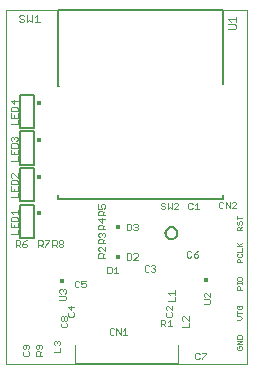
<source format=gto>
G75*
%MOIN*%
%OFA0B0*%
%FSLAX25Y25*%
%IPPOS*%
%LPD*%
%AMOC8*
5,1,8,0,0,1.08239X$1,22.5*
%
%ADD10C,0.00000*%
%ADD11C,0.00200*%
%ADD12R,0.01575X0.01575*%
%ADD13C,0.00394*%
%ADD14C,0.00300*%
%ADD15C,0.00500*%
%ADD16C,0.00600*%
D10*
X0041335Y0037870D02*
X0041335Y0155980D01*
X0121650Y0155980D01*
X0121650Y0037870D01*
X0041335Y0037870D01*
D11*
X0046945Y0041067D02*
X0047306Y0040707D01*
X0048749Y0040707D01*
X0049109Y0041067D01*
X0049109Y0041789D01*
X0048749Y0042149D01*
X0048749Y0042882D02*
X0049109Y0043242D01*
X0049109Y0043964D01*
X0048749Y0044324D01*
X0047306Y0044324D01*
X0046945Y0043964D01*
X0046945Y0043242D01*
X0047306Y0042882D01*
X0047667Y0042882D01*
X0048027Y0043242D01*
X0048027Y0044324D01*
X0047306Y0042149D02*
X0046945Y0041789D01*
X0046945Y0041067D01*
X0051276Y0040707D02*
X0051276Y0041789D01*
X0051637Y0042149D01*
X0052358Y0042149D01*
X0052719Y0041789D01*
X0052719Y0040707D01*
X0052719Y0041428D02*
X0053440Y0042149D01*
X0053079Y0042882D02*
X0053440Y0043242D01*
X0053440Y0043964D01*
X0053079Y0044324D01*
X0051637Y0044324D01*
X0051276Y0043964D01*
X0051276Y0043242D01*
X0051637Y0042882D01*
X0051997Y0042882D01*
X0052358Y0043242D01*
X0052358Y0044324D01*
X0053440Y0040707D02*
X0051276Y0040707D01*
X0057181Y0041907D02*
X0059346Y0041907D01*
X0059346Y0043350D01*
X0058985Y0044082D02*
X0059346Y0044443D01*
X0059346Y0045164D01*
X0058985Y0045525D01*
X0058624Y0045525D01*
X0058264Y0045164D01*
X0058264Y0044804D01*
X0058264Y0045164D02*
X0057903Y0045525D01*
X0057542Y0045525D01*
X0057181Y0045164D01*
X0057181Y0044443D01*
X0057542Y0044082D01*
X0059904Y0050155D02*
X0061347Y0050155D01*
X0061708Y0050516D01*
X0061708Y0051237D01*
X0061347Y0051598D01*
X0061347Y0052330D02*
X0060986Y0052330D01*
X0060626Y0052691D01*
X0060626Y0053412D01*
X0060986Y0053773D01*
X0061347Y0053773D01*
X0061708Y0053412D01*
X0061708Y0052691D01*
X0061347Y0052330D01*
X0060626Y0052691D02*
X0060265Y0052330D01*
X0059904Y0052330D01*
X0059544Y0052691D01*
X0059544Y0053412D01*
X0059904Y0053773D01*
X0060265Y0053773D01*
X0060626Y0053412D01*
X0061906Y0054079D02*
X0061906Y0054800D01*
X0062267Y0055161D01*
X0062988Y0055893D02*
X0061906Y0056975D01*
X0064070Y0056975D01*
X0062988Y0057336D02*
X0062988Y0055893D01*
X0063709Y0055161D02*
X0064070Y0054800D01*
X0064070Y0054079D01*
X0063709Y0053718D01*
X0062267Y0053718D01*
X0061906Y0054079D01*
X0059904Y0051598D02*
X0059544Y0051237D01*
X0059544Y0050516D01*
X0059904Y0050155D01*
X0059150Y0059210D02*
X0060953Y0059210D01*
X0061314Y0059571D01*
X0061314Y0060292D01*
X0060953Y0060653D01*
X0059150Y0060653D01*
X0059511Y0061386D02*
X0059150Y0061746D01*
X0059150Y0062468D01*
X0059511Y0062828D01*
X0059871Y0062828D01*
X0060232Y0062468D01*
X0060593Y0062828D01*
X0060953Y0062828D01*
X0061314Y0062468D01*
X0061314Y0061746D01*
X0060953Y0061386D01*
X0060232Y0062107D02*
X0060232Y0062468D01*
X0064250Y0063921D02*
X0064611Y0063561D01*
X0065333Y0063561D01*
X0065693Y0063921D01*
X0066426Y0063921D02*
X0066786Y0063561D01*
X0067508Y0063561D01*
X0067868Y0063921D01*
X0067868Y0064643D01*
X0067508Y0065003D01*
X0067147Y0065003D01*
X0066426Y0064643D01*
X0066426Y0065725D01*
X0067868Y0065725D01*
X0065693Y0065364D02*
X0065333Y0065725D01*
X0064611Y0065725D01*
X0064250Y0065364D01*
X0064250Y0063921D01*
X0075097Y0068088D02*
X0076179Y0068088D01*
X0076539Y0068449D01*
X0076539Y0069892D01*
X0076179Y0070252D01*
X0075097Y0070252D01*
X0075097Y0068088D01*
X0077272Y0068088D02*
X0078714Y0068088D01*
X0077993Y0068088D02*
X0077993Y0070252D01*
X0077272Y0069531D01*
X0081573Y0072616D02*
X0082655Y0072616D01*
X0083016Y0072976D01*
X0083016Y0074419D01*
X0082655Y0074780D01*
X0081573Y0074780D01*
X0081573Y0072616D01*
X0083748Y0072616D02*
X0085191Y0074058D01*
X0085191Y0074419D01*
X0084830Y0074780D01*
X0084109Y0074780D01*
X0083748Y0074419D01*
X0083748Y0072616D02*
X0085191Y0072616D01*
X0087498Y0070482D02*
X0087498Y0069039D01*
X0087859Y0068679D01*
X0088580Y0068679D01*
X0088941Y0069039D01*
X0089673Y0069039D02*
X0090034Y0068679D01*
X0090755Y0068679D01*
X0091116Y0069039D01*
X0091116Y0069400D01*
X0090755Y0069761D01*
X0090395Y0069761D01*
X0090755Y0069761D02*
X0091116Y0070121D01*
X0091116Y0070482D01*
X0090755Y0070843D01*
X0090034Y0070843D01*
X0089673Y0070482D01*
X0088941Y0070482D02*
X0088580Y0070843D01*
X0087859Y0070843D01*
X0087498Y0070482D01*
X0095370Y0061713D02*
X0097535Y0061713D01*
X0097535Y0060992D02*
X0097535Y0062435D01*
X0096092Y0060992D02*
X0095370Y0061713D01*
X0097535Y0060259D02*
X0097535Y0058817D01*
X0095370Y0058817D01*
X0095304Y0057316D02*
X0094944Y0057316D01*
X0094583Y0056956D01*
X0094583Y0056234D01*
X0094944Y0055874D01*
X0094944Y0055141D02*
X0094583Y0054781D01*
X0094583Y0054059D01*
X0094944Y0053699D01*
X0096386Y0053699D01*
X0096747Y0054059D01*
X0096747Y0054781D01*
X0096386Y0055141D01*
X0096747Y0055874D02*
X0095304Y0057316D01*
X0096747Y0057316D02*
X0096747Y0055874D01*
X0095907Y0052733D02*
X0095907Y0050569D01*
X0096628Y0050569D02*
X0095185Y0050569D01*
X0094453Y0050569D02*
X0093731Y0051290D01*
X0094092Y0051290D02*
X0093010Y0051290D01*
X0093010Y0050569D02*
X0093010Y0052733D01*
X0094092Y0052733D01*
X0094453Y0052372D01*
X0094453Y0051651D01*
X0094092Y0051290D01*
X0095185Y0052011D02*
X0095907Y0052733D01*
X0100095Y0052711D02*
X0100456Y0052350D01*
X0100095Y0052711D02*
X0100095Y0053432D01*
X0100456Y0053793D01*
X0100816Y0053793D01*
X0102259Y0052350D01*
X0102259Y0053793D01*
X0102259Y0051617D02*
X0102259Y0050175D01*
X0100095Y0050175D01*
X0104769Y0041709D02*
X0104408Y0041348D01*
X0104408Y0039906D01*
X0104769Y0039545D01*
X0105490Y0039545D01*
X0105851Y0039906D01*
X0106583Y0039906D02*
X0106583Y0039545D01*
X0106583Y0039906D02*
X0108026Y0041348D01*
X0108026Y0041709D01*
X0106583Y0041709D01*
X0105851Y0041348D02*
X0105490Y0041709D01*
X0104769Y0041709D01*
X0118205Y0043027D02*
X0118500Y0042732D01*
X0119680Y0042732D01*
X0119975Y0043027D01*
X0119975Y0043617D01*
X0119680Y0043912D01*
X0119090Y0043912D01*
X0119090Y0043322D01*
X0118500Y0043912D02*
X0118205Y0043617D01*
X0118205Y0043027D01*
X0118205Y0044544D02*
X0119975Y0045724D01*
X0118205Y0045724D01*
X0118205Y0046357D02*
X0118205Y0047242D01*
X0118500Y0047537D01*
X0119680Y0047537D01*
X0119975Y0047242D01*
X0119975Y0046357D01*
X0118205Y0046357D01*
X0118205Y0044544D02*
X0119975Y0044544D01*
X0119385Y0052574D02*
X0118205Y0052574D01*
X0118205Y0053754D02*
X0119385Y0053754D01*
X0119975Y0053164D01*
X0119385Y0052574D01*
X0118205Y0054387D02*
X0118205Y0055567D01*
X0118205Y0054977D02*
X0119975Y0054977D01*
X0119680Y0056199D02*
X0118500Y0056199D01*
X0118205Y0056494D01*
X0118205Y0057084D01*
X0118500Y0057379D01*
X0119090Y0057379D02*
X0119090Y0056789D01*
X0119090Y0057379D02*
X0119680Y0057379D01*
X0119975Y0057084D01*
X0119975Y0056494D01*
X0119680Y0056199D01*
X0119385Y0062719D02*
X0119385Y0063604D01*
X0119090Y0063899D01*
X0118500Y0063899D01*
X0118205Y0063604D01*
X0118205Y0062719D01*
X0119975Y0062719D01*
X0119975Y0064531D02*
X0119975Y0065121D01*
X0119975Y0064826D02*
X0118205Y0064826D01*
X0118205Y0064531D02*
X0118205Y0065121D01*
X0118500Y0065740D02*
X0119680Y0065740D01*
X0119975Y0066035D01*
X0119975Y0066625D01*
X0119680Y0066920D01*
X0118500Y0066920D01*
X0118205Y0066625D01*
X0118205Y0066035D01*
X0118500Y0065740D01*
X0118205Y0071747D02*
X0118205Y0072632D01*
X0118500Y0072927D01*
X0119090Y0072927D01*
X0119385Y0072632D01*
X0119385Y0071747D01*
X0119975Y0071747D02*
X0118205Y0071747D01*
X0118500Y0073559D02*
X0119680Y0073559D01*
X0119975Y0073854D01*
X0119975Y0074444D01*
X0119680Y0074739D01*
X0119975Y0075372D02*
X0118205Y0075372D01*
X0118500Y0074739D02*
X0118205Y0074444D01*
X0118205Y0073854D01*
X0118500Y0073559D01*
X0119975Y0075372D02*
X0119975Y0076552D01*
X0119975Y0077184D02*
X0118205Y0077184D01*
X0119090Y0077479D02*
X0119975Y0078364D01*
X0119385Y0077184D02*
X0118205Y0078364D01*
X0118205Y0082495D02*
X0118205Y0083380D01*
X0118500Y0083675D01*
X0119090Y0083675D01*
X0119385Y0083380D01*
X0119385Y0082495D01*
X0119385Y0083085D02*
X0119975Y0083675D01*
X0119680Y0084308D02*
X0119975Y0084603D01*
X0119975Y0085193D01*
X0119680Y0085488D01*
X0119385Y0085488D01*
X0119090Y0085193D01*
X0119090Y0084603D01*
X0118795Y0084308D01*
X0118500Y0084308D01*
X0118205Y0084603D01*
X0118205Y0085193D01*
X0118500Y0085488D01*
X0118205Y0086120D02*
X0118205Y0087300D01*
X0118205Y0086710D02*
X0119975Y0086710D01*
X0119975Y0082495D02*
X0118205Y0082495D01*
X0105683Y0089545D02*
X0104240Y0089545D01*
X0104962Y0089545D02*
X0104962Y0091709D01*
X0104240Y0090988D01*
X0103508Y0091348D02*
X0103147Y0091709D01*
X0102426Y0091709D01*
X0102065Y0091348D01*
X0102065Y0089906D01*
X0102426Y0089545D01*
X0103147Y0089545D01*
X0103508Y0089906D01*
X0102754Y0075567D02*
X0102032Y0075567D01*
X0101672Y0075207D01*
X0101672Y0073764D01*
X0102032Y0073403D01*
X0102754Y0073403D01*
X0103114Y0073764D01*
X0103847Y0073764D02*
X0104207Y0073403D01*
X0104929Y0073403D01*
X0105289Y0073764D01*
X0105289Y0074124D01*
X0104929Y0074485D01*
X0103847Y0074485D01*
X0103847Y0073764D01*
X0103847Y0074485D02*
X0104568Y0075207D01*
X0105289Y0075567D01*
X0103114Y0075207D02*
X0102754Y0075567D01*
X0107542Y0061647D02*
X0107181Y0061286D01*
X0107181Y0060565D01*
X0107542Y0060204D01*
X0107181Y0059472D02*
X0108985Y0059472D01*
X0109346Y0059111D01*
X0109346Y0058390D01*
X0108985Y0058029D01*
X0107181Y0058029D01*
X0109346Y0060204D02*
X0107903Y0061647D01*
X0107542Y0061647D01*
X0109346Y0061647D02*
X0109346Y0060204D01*
X0085191Y0082819D02*
X0084830Y0082458D01*
X0084109Y0082458D01*
X0083748Y0082819D01*
X0083016Y0082819D02*
X0083016Y0084262D01*
X0082655Y0084622D01*
X0081573Y0084622D01*
X0081573Y0082458D01*
X0082655Y0082458D01*
X0083016Y0082819D01*
X0083748Y0084262D02*
X0084109Y0084622D01*
X0084830Y0084622D01*
X0085191Y0084262D01*
X0085191Y0083901D01*
X0084830Y0083540D01*
X0085191Y0083180D01*
X0085191Y0082819D01*
X0084830Y0083540D02*
X0084470Y0083540D01*
X0074306Y0082833D02*
X0072142Y0082833D01*
X0072142Y0083915D01*
X0072503Y0084275D01*
X0073224Y0084275D01*
X0073585Y0083915D01*
X0073585Y0082833D01*
X0073585Y0083554D02*
X0074306Y0084275D01*
X0073224Y0085008D02*
X0073224Y0086450D01*
X0072142Y0086090D02*
X0073224Y0085008D01*
X0074306Y0086090D02*
X0072142Y0086090D01*
X0072142Y0087557D02*
X0072142Y0088639D01*
X0072503Y0089000D01*
X0073224Y0089000D01*
X0073585Y0088639D01*
X0073585Y0087557D01*
X0074306Y0087557D02*
X0072142Y0087557D01*
X0073585Y0088278D02*
X0074306Y0089000D01*
X0073945Y0089732D02*
X0074306Y0090093D01*
X0074306Y0090814D01*
X0073945Y0091175D01*
X0073224Y0091175D01*
X0072863Y0090814D01*
X0072863Y0090453D01*
X0073224Y0089732D01*
X0072142Y0089732D01*
X0072142Y0091175D01*
X0072503Y0081726D02*
X0072863Y0081726D01*
X0073224Y0081365D01*
X0073585Y0081726D01*
X0073945Y0081726D01*
X0074306Y0081365D01*
X0074306Y0080644D01*
X0073945Y0080283D01*
X0074306Y0079551D02*
X0073585Y0078829D01*
X0073585Y0079190D02*
X0073585Y0078108D01*
X0074306Y0078108D02*
X0072142Y0078108D01*
X0072142Y0079190D01*
X0072503Y0079551D01*
X0073224Y0079551D01*
X0073585Y0079190D01*
X0072503Y0080283D02*
X0072142Y0080644D01*
X0072142Y0081365D01*
X0072503Y0081726D01*
X0073224Y0081365D02*
X0073224Y0081005D01*
X0072863Y0077001D02*
X0072503Y0077001D01*
X0072142Y0076641D01*
X0072142Y0075919D01*
X0072503Y0075559D01*
X0072503Y0074826D02*
X0073224Y0074826D01*
X0073585Y0074466D01*
X0073585Y0073384D01*
X0073585Y0074105D02*
X0074306Y0074826D01*
X0074306Y0075559D02*
X0072863Y0077001D01*
X0074306Y0077001D02*
X0074306Y0075559D01*
X0072503Y0074826D02*
X0072142Y0074466D01*
X0072142Y0073384D01*
X0074306Y0073384D01*
X0060407Y0077307D02*
X0060047Y0076946D01*
X0059325Y0076946D01*
X0058965Y0077307D01*
X0058965Y0077668D01*
X0059325Y0078028D01*
X0060047Y0078028D01*
X0060407Y0077668D01*
X0060407Y0077307D01*
X0060047Y0078028D02*
X0060407Y0078389D01*
X0060407Y0078750D01*
X0060047Y0079111D01*
X0059325Y0079111D01*
X0058965Y0078750D01*
X0058965Y0078389D01*
X0059325Y0078028D01*
X0058232Y0078028D02*
X0058232Y0078750D01*
X0057872Y0079111D01*
X0056790Y0079111D01*
X0056790Y0076946D01*
X0056790Y0077668D02*
X0057872Y0077668D01*
X0058232Y0078028D01*
X0057511Y0077668D02*
X0058232Y0076946D01*
X0055683Y0078750D02*
X0054240Y0077307D01*
X0054240Y0076946D01*
X0053508Y0076946D02*
X0052787Y0077668D01*
X0053147Y0077668D02*
X0052065Y0077668D01*
X0052065Y0076946D02*
X0052065Y0079111D01*
X0053147Y0079111D01*
X0053508Y0078750D01*
X0053508Y0078028D01*
X0053147Y0077668D01*
X0054240Y0079111D02*
X0055683Y0079111D01*
X0055683Y0078750D01*
X0048203Y0079111D02*
X0047481Y0078750D01*
X0046760Y0078028D01*
X0047842Y0078028D01*
X0048203Y0077668D01*
X0048203Y0077307D01*
X0047842Y0076946D01*
X0047121Y0076946D01*
X0046760Y0077307D01*
X0046760Y0078028D01*
X0046028Y0078028D02*
X0046028Y0078750D01*
X0045667Y0079111D01*
X0044585Y0079111D01*
X0044585Y0076946D01*
X0044585Y0077668D02*
X0045667Y0077668D01*
X0046028Y0078028D01*
X0045306Y0077668D02*
X0046028Y0076946D01*
X0045172Y0081277D02*
X0043008Y0081277D01*
X0043008Y0083452D02*
X0045172Y0083452D01*
X0045172Y0084895D01*
X0045172Y0085627D02*
X0045172Y0086709D01*
X0044812Y0087070D01*
X0043369Y0087070D01*
X0043008Y0086709D01*
X0043008Y0085627D01*
X0045172Y0085627D01*
X0044090Y0084174D02*
X0044090Y0083452D01*
X0043008Y0083452D02*
X0043008Y0084895D01*
X0043730Y0087802D02*
X0043008Y0088524D01*
X0045172Y0088524D01*
X0045172Y0089245D02*
X0045172Y0087802D01*
X0045172Y0082720D02*
X0045172Y0081277D01*
X0045172Y0093482D02*
X0043008Y0093482D01*
X0043008Y0095657D02*
X0045172Y0095657D01*
X0045172Y0097100D01*
X0045172Y0097832D02*
X0045172Y0098914D01*
X0044812Y0099275D01*
X0043369Y0099275D01*
X0043008Y0098914D01*
X0043008Y0097832D01*
X0045172Y0097832D01*
X0044090Y0096378D02*
X0044090Y0095657D01*
X0043008Y0095657D02*
X0043008Y0097100D01*
X0043369Y0100007D02*
X0043008Y0100368D01*
X0043008Y0101089D01*
X0043369Y0101450D01*
X0043730Y0101450D01*
X0045172Y0100007D01*
X0045172Y0101450D01*
X0045172Y0105687D02*
X0043008Y0105687D01*
X0043008Y0107862D02*
X0045172Y0107862D01*
X0045172Y0109304D01*
X0045172Y0110037D02*
X0045172Y0111119D01*
X0044812Y0111479D01*
X0043369Y0111479D01*
X0043008Y0111119D01*
X0043008Y0110037D01*
X0045172Y0110037D01*
X0044090Y0108583D02*
X0044090Y0107862D01*
X0043008Y0107862D02*
X0043008Y0109304D01*
X0043369Y0112212D02*
X0043008Y0112573D01*
X0043008Y0113294D01*
X0043369Y0113655D01*
X0043730Y0113655D01*
X0044090Y0113294D01*
X0044451Y0113655D01*
X0044812Y0113655D01*
X0045172Y0113294D01*
X0045172Y0112573D01*
X0044812Y0112212D01*
X0044090Y0112933D02*
X0044090Y0113294D01*
X0043008Y0117891D02*
X0045172Y0117891D01*
X0045172Y0119334D01*
X0045172Y0120066D02*
X0045172Y0121509D01*
X0045172Y0122242D02*
X0045172Y0123324D01*
X0044812Y0123684D01*
X0043369Y0123684D01*
X0043008Y0123324D01*
X0043008Y0122242D01*
X0045172Y0122242D01*
X0044090Y0120788D02*
X0044090Y0120066D01*
X0043008Y0120066D02*
X0043008Y0121509D01*
X0043008Y0120066D02*
X0045172Y0120066D01*
X0044090Y0124417D02*
X0043008Y0125499D01*
X0045172Y0125499D01*
X0044090Y0125859D02*
X0044090Y0124417D01*
X0045172Y0107129D02*
X0045172Y0105687D01*
X0045172Y0094925D02*
X0045172Y0093482D01*
X0076245Y0049780D02*
X0075884Y0049419D01*
X0075884Y0047976D01*
X0076245Y0047616D01*
X0076966Y0047616D01*
X0077327Y0047976D01*
X0078059Y0047616D02*
X0078059Y0049780D01*
X0079502Y0047616D01*
X0079502Y0049780D01*
X0080234Y0049058D02*
X0080956Y0049780D01*
X0080956Y0047616D01*
X0081677Y0047616D02*
X0080234Y0047616D01*
X0077327Y0049419D02*
X0076966Y0049780D01*
X0076245Y0049780D01*
X0115449Y0149430D02*
X0117581Y0149430D01*
X0118007Y0149857D01*
X0118007Y0150709D01*
X0117581Y0151136D01*
X0115449Y0151136D01*
X0116302Y0151968D02*
X0115449Y0152821D01*
X0118007Y0152821D01*
X0118007Y0153673D02*
X0118007Y0151968D01*
X0052547Y0151750D02*
X0050841Y0151750D01*
X0050009Y0151750D02*
X0050009Y0154308D01*
X0050841Y0153455D02*
X0051694Y0154308D01*
X0051694Y0151750D01*
X0050009Y0151750D02*
X0049156Y0152602D01*
X0048304Y0151750D01*
X0048304Y0154308D01*
X0047471Y0153881D02*
X0047045Y0154308D01*
X0046192Y0154308D01*
X0045766Y0153881D01*
X0045766Y0153455D01*
X0046192Y0153029D01*
X0047045Y0153029D01*
X0047471Y0152602D01*
X0047471Y0152176D01*
X0047045Y0151750D01*
X0046192Y0151750D01*
X0045766Y0152176D01*
D12*
X0052241Y0124760D03*
X0052241Y0112555D03*
X0052241Y0100350D03*
X0052241Y0088146D03*
X0060036Y0065429D03*
X0078737Y0073697D03*
X0078737Y0083539D03*
X0107871Y0065823D03*
D13*
X0098619Y0044169D02*
X0098619Y0038264D01*
X0064367Y0038264D01*
X0064367Y0044169D01*
D14*
X0093404Y0089595D02*
X0093060Y0089939D01*
X0093404Y0089595D02*
X0094092Y0089595D01*
X0094436Y0089939D01*
X0094436Y0090283D01*
X0094092Y0090627D01*
X0093404Y0090627D01*
X0093060Y0090971D01*
X0093060Y0091315D01*
X0093404Y0091659D01*
X0094092Y0091659D01*
X0094436Y0091315D01*
X0095235Y0091659D02*
X0095235Y0089595D01*
X0095923Y0090283D01*
X0096611Y0089595D01*
X0096611Y0091659D01*
X0097410Y0091315D02*
X0097754Y0091659D01*
X0098442Y0091659D01*
X0098786Y0091315D01*
X0098786Y0090971D01*
X0097410Y0089595D01*
X0098786Y0089595D01*
X0112351Y0090333D02*
X0112695Y0089989D01*
X0113383Y0089989D01*
X0113727Y0090333D01*
X0114527Y0089989D02*
X0114527Y0092053D01*
X0115902Y0089989D01*
X0115902Y0092053D01*
X0116702Y0091709D02*
X0117046Y0092053D01*
X0117734Y0092053D01*
X0118078Y0091709D01*
X0118078Y0091365D01*
X0116702Y0089989D01*
X0118078Y0089989D01*
X0113727Y0091709D02*
X0113383Y0092053D01*
X0112695Y0092053D01*
X0112351Y0091709D01*
X0112351Y0090333D01*
D15*
X0094484Y0081571D02*
X0094486Y0081659D01*
X0094492Y0081747D01*
X0094502Y0081835D01*
X0094516Y0081923D01*
X0094533Y0082009D01*
X0094555Y0082095D01*
X0094580Y0082179D01*
X0094610Y0082263D01*
X0094642Y0082345D01*
X0094679Y0082425D01*
X0094719Y0082504D01*
X0094763Y0082581D01*
X0094810Y0082656D01*
X0094860Y0082728D01*
X0094914Y0082799D01*
X0094970Y0082866D01*
X0095030Y0082932D01*
X0095092Y0082994D01*
X0095158Y0083054D01*
X0095225Y0083110D01*
X0095296Y0083164D01*
X0095368Y0083214D01*
X0095443Y0083261D01*
X0095520Y0083305D01*
X0095599Y0083345D01*
X0095679Y0083382D01*
X0095761Y0083414D01*
X0095845Y0083444D01*
X0095929Y0083469D01*
X0096015Y0083491D01*
X0096101Y0083508D01*
X0096189Y0083522D01*
X0096277Y0083532D01*
X0096365Y0083538D01*
X0096453Y0083540D01*
X0096541Y0083538D01*
X0096629Y0083532D01*
X0096717Y0083522D01*
X0096805Y0083508D01*
X0096891Y0083491D01*
X0096977Y0083469D01*
X0097061Y0083444D01*
X0097145Y0083414D01*
X0097227Y0083382D01*
X0097307Y0083345D01*
X0097386Y0083305D01*
X0097463Y0083261D01*
X0097538Y0083214D01*
X0097610Y0083164D01*
X0097681Y0083110D01*
X0097748Y0083054D01*
X0097814Y0082994D01*
X0097876Y0082932D01*
X0097936Y0082866D01*
X0097992Y0082799D01*
X0098046Y0082728D01*
X0098096Y0082656D01*
X0098143Y0082581D01*
X0098187Y0082504D01*
X0098227Y0082425D01*
X0098264Y0082345D01*
X0098296Y0082263D01*
X0098326Y0082179D01*
X0098351Y0082095D01*
X0098373Y0082009D01*
X0098390Y0081923D01*
X0098404Y0081835D01*
X0098414Y0081747D01*
X0098420Y0081659D01*
X0098422Y0081571D01*
X0098420Y0081483D01*
X0098414Y0081395D01*
X0098404Y0081307D01*
X0098390Y0081219D01*
X0098373Y0081133D01*
X0098351Y0081047D01*
X0098326Y0080963D01*
X0098296Y0080879D01*
X0098264Y0080797D01*
X0098227Y0080717D01*
X0098187Y0080638D01*
X0098143Y0080561D01*
X0098096Y0080486D01*
X0098046Y0080414D01*
X0097992Y0080343D01*
X0097936Y0080276D01*
X0097876Y0080210D01*
X0097814Y0080148D01*
X0097748Y0080088D01*
X0097681Y0080032D01*
X0097610Y0079978D01*
X0097538Y0079928D01*
X0097463Y0079881D01*
X0097386Y0079837D01*
X0097307Y0079797D01*
X0097227Y0079760D01*
X0097145Y0079728D01*
X0097061Y0079698D01*
X0096977Y0079673D01*
X0096891Y0079651D01*
X0096805Y0079634D01*
X0096717Y0079620D01*
X0096629Y0079610D01*
X0096541Y0079604D01*
X0096453Y0079602D01*
X0096365Y0079604D01*
X0096277Y0079610D01*
X0096189Y0079620D01*
X0096101Y0079634D01*
X0096015Y0079651D01*
X0095929Y0079673D01*
X0095845Y0079698D01*
X0095761Y0079728D01*
X0095679Y0079760D01*
X0095599Y0079797D01*
X0095520Y0079837D01*
X0095443Y0079881D01*
X0095368Y0079928D01*
X0095296Y0079978D01*
X0095225Y0080032D01*
X0095158Y0080088D01*
X0095092Y0080148D01*
X0095030Y0080210D01*
X0094970Y0080276D01*
X0094914Y0080343D01*
X0094860Y0080414D01*
X0094810Y0080486D01*
X0094763Y0080561D01*
X0094719Y0080638D01*
X0094679Y0080717D01*
X0094642Y0080797D01*
X0094610Y0080879D01*
X0094580Y0080963D01*
X0094555Y0081047D01*
X0094533Y0081133D01*
X0094516Y0081219D01*
X0094502Y0081307D01*
X0094492Y0081395D01*
X0094486Y0081483D01*
X0094484Y0081571D01*
X0050784Y0079996D02*
X0046060Y0079996D01*
X0046060Y0091020D01*
X0050784Y0091020D01*
X0050784Y0079996D01*
X0050784Y0092201D02*
X0046060Y0092201D01*
X0046060Y0103224D01*
X0050784Y0103224D01*
X0050784Y0092201D01*
X0050784Y0104406D02*
X0046060Y0104406D01*
X0046060Y0115429D01*
X0050784Y0115429D01*
X0050784Y0104406D01*
X0050784Y0116610D02*
X0046060Y0116610D01*
X0046060Y0127634D01*
X0050784Y0127634D01*
X0050784Y0116610D01*
D16*
X0058658Y0130688D02*
X0058658Y0155980D01*
X0113776Y0155980D01*
X0113776Y0131177D01*
X0113776Y0094169D02*
X0113776Y0092988D01*
X0058658Y0092988D01*
X0058658Y0094169D01*
X0058658Y0130688D02*
X0059058Y0130688D01*
M02*

</source>
